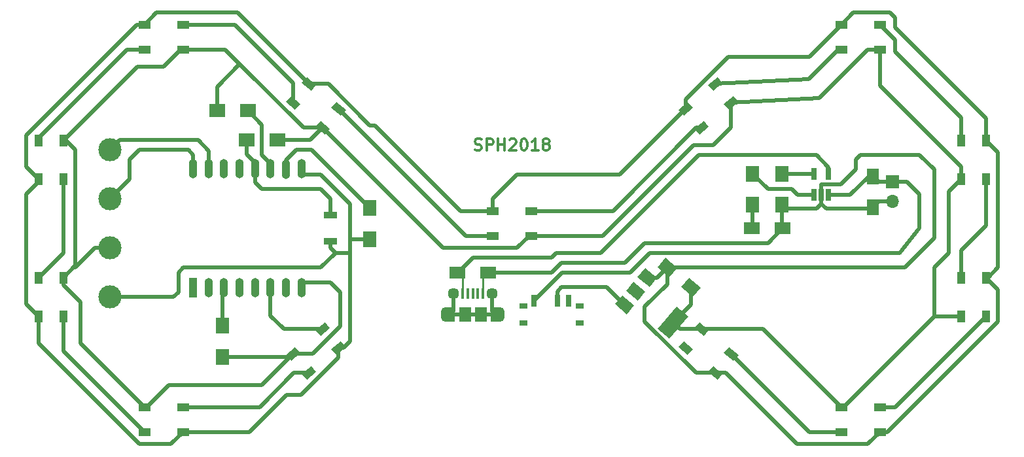
<source format=gbr>
G04 #@! TF.FileFunction,Copper,L1,Top,Signal*
%FSLAX46Y46*%
G04 Gerber Fmt 4.6, Leading zero omitted, Abs format (unit mm)*
G04 Created by KiCad (PCBNEW 4.0.7) date Tuesday, February 20, 2018 'PMt' 09:34:08 PM*
%MOMM*%
%LPD*%
G01*
G04 APERTURE LIST*
%ADD10C,0.100000*%
%ADD11C,0.300000*%
%ADD12R,1.700000X1.700000*%
%ADD13O,1.700000X1.700000*%
%ADD14R,1.500000X1.900000*%
%ADD15C,1.450000*%
%ADD16R,0.400000X1.350000*%
%ADD17O,1.200000X1.900000*%
%ADD18R,1.200000X1.900000*%
%ADD19C,3.000000*%
%ADD20R,1.600000X1.000000*%
%ADD21R,1.000000X1.600000*%
%ADD22R,0.700000X1.500000*%
%ADD23R,1.000000X0.800000*%
%ADD24R,1.700000X0.900000*%
%ADD25R,0.650000X1.560000*%
%ADD26R,1.100000X2.500000*%
%ADD27O,1.100000X2.500000*%
%ADD28R,2.000000X1.600000*%
%ADD29R,1.600000X2.000000*%
%ADD30R,1.700000X2.000000*%
%ADD31R,2.000000X1.700000*%
%ADD32C,0.500000*%
%ADD33C,0.250000*%
G04 APERTURE END LIST*
D10*
D11*
X71378572Y-31087143D02*
X71592858Y-31158571D01*
X71950001Y-31158571D01*
X72092858Y-31087143D01*
X72164287Y-31015714D01*
X72235715Y-30872857D01*
X72235715Y-30730000D01*
X72164287Y-30587143D01*
X72092858Y-30515714D01*
X71950001Y-30444286D01*
X71664287Y-30372857D01*
X71521429Y-30301429D01*
X71450001Y-30230000D01*
X71378572Y-30087143D01*
X71378572Y-29944286D01*
X71450001Y-29801429D01*
X71521429Y-29730000D01*
X71664287Y-29658571D01*
X72021429Y-29658571D01*
X72235715Y-29730000D01*
X72878572Y-31158571D02*
X72878572Y-29658571D01*
X73450000Y-29658571D01*
X73592858Y-29730000D01*
X73664286Y-29801429D01*
X73735715Y-29944286D01*
X73735715Y-30158571D01*
X73664286Y-30301429D01*
X73592858Y-30372857D01*
X73450000Y-30444286D01*
X72878572Y-30444286D01*
X74378572Y-31158571D02*
X74378572Y-29658571D01*
X74378572Y-30372857D02*
X75235715Y-30372857D01*
X75235715Y-31158571D02*
X75235715Y-29658571D01*
X75878572Y-29801429D02*
X75950001Y-29730000D01*
X76092858Y-29658571D01*
X76450001Y-29658571D01*
X76592858Y-29730000D01*
X76664287Y-29801429D01*
X76735715Y-29944286D01*
X76735715Y-30087143D01*
X76664287Y-30301429D01*
X75807144Y-31158571D01*
X76735715Y-31158571D01*
X77664286Y-29658571D02*
X77807143Y-29658571D01*
X77950000Y-29730000D01*
X78021429Y-29801429D01*
X78092858Y-29944286D01*
X78164286Y-30230000D01*
X78164286Y-30587143D01*
X78092858Y-30872857D01*
X78021429Y-31015714D01*
X77950000Y-31087143D01*
X77807143Y-31158571D01*
X77664286Y-31158571D01*
X77521429Y-31087143D01*
X77450000Y-31015714D01*
X77378572Y-30872857D01*
X77307143Y-30587143D01*
X77307143Y-30230000D01*
X77378572Y-29944286D01*
X77450000Y-29801429D01*
X77521429Y-29730000D01*
X77664286Y-29658571D01*
X79592857Y-31158571D02*
X78735714Y-31158571D01*
X79164286Y-31158571D02*
X79164286Y-29658571D01*
X79021429Y-29872857D01*
X78878571Y-30015714D01*
X78735714Y-30087143D01*
X80450000Y-30301429D02*
X80307142Y-30230000D01*
X80235714Y-30158571D01*
X80164285Y-30015714D01*
X80164285Y-29944286D01*
X80235714Y-29801429D01*
X80307142Y-29730000D01*
X80450000Y-29658571D01*
X80735714Y-29658571D01*
X80878571Y-29730000D01*
X80950000Y-29801429D01*
X81021428Y-29944286D01*
X81021428Y-30015714D01*
X80950000Y-30158571D01*
X80878571Y-30230000D01*
X80735714Y-30301429D01*
X80450000Y-30301429D01*
X80307142Y-30372857D01*
X80235714Y-30444286D01*
X80164285Y-30587143D01*
X80164285Y-30872857D01*
X80235714Y-31015714D01*
X80307142Y-31087143D01*
X80450000Y-31158571D01*
X80735714Y-31158571D01*
X80878571Y-31087143D01*
X80950000Y-31015714D01*
X81021428Y-30872857D01*
X81021428Y-30587143D01*
X80950000Y-30444286D01*
X80878571Y-30372857D01*
X80735714Y-30301429D01*
D12*
X125412500Y-35242500D03*
D13*
X125412500Y-37782500D03*
D14*
X72120000Y-52420000D03*
D15*
X68620000Y-49720000D03*
D16*
X70470000Y-49720000D03*
X69820000Y-49720000D03*
X72420000Y-49720000D03*
X71770000Y-49720000D03*
X71120000Y-49720000D03*
D15*
X73620000Y-49720000D03*
D14*
X70120000Y-52420000D03*
D17*
X67620000Y-52420000D03*
X74620000Y-52420000D03*
D18*
X74020000Y-52420000D03*
X68220000Y-52420000D03*
D19*
X24130000Y-31115000D03*
X24130000Y-43815000D03*
X24130000Y-37465000D03*
X24130000Y-50165000D03*
D10*
G36*
X53452129Y-57665954D02*
X52809342Y-56899910D01*
X54035013Y-55871450D01*
X54677800Y-56637494D01*
X53452129Y-57665954D01*
X53452129Y-57665954D01*
G37*
G36*
X51395209Y-55214612D02*
X50752422Y-54448568D01*
X51978093Y-53420108D01*
X52620880Y-54186152D01*
X51395209Y-55214612D01*
X51395209Y-55214612D01*
G37*
G36*
X49621907Y-60879892D02*
X48979120Y-60113848D01*
X50204791Y-59085388D01*
X50847578Y-59851432D01*
X49621907Y-60879892D01*
X49621907Y-60879892D01*
G37*
G36*
X47564987Y-58428550D02*
X46922200Y-57662506D01*
X48147871Y-56634046D01*
X48790658Y-57400090D01*
X47564987Y-58428550D01*
X47564987Y-58428550D01*
G37*
D20*
X33615000Y-67640000D03*
X33615000Y-64440000D03*
X28615000Y-67640000D03*
X28615000Y-64440000D03*
D21*
X14910000Y-52665000D03*
X18110000Y-52665000D03*
X14910000Y-47665000D03*
X18110000Y-47665000D03*
X14910000Y-34885000D03*
X18110000Y-34885000D03*
X14910000Y-29885000D03*
X18110000Y-29885000D03*
D20*
X28615000Y-14910000D03*
X28615000Y-18110000D03*
X33615000Y-14910000D03*
X33615000Y-18110000D03*
D10*
G36*
X50847578Y-22698568D02*
X50204791Y-23464612D01*
X48979120Y-22436152D01*
X49621907Y-21670108D01*
X50847578Y-22698568D01*
X50847578Y-22698568D01*
G37*
G36*
X48790658Y-25149910D02*
X48147871Y-25915954D01*
X46922200Y-24887494D01*
X47564987Y-24121450D01*
X48790658Y-25149910D01*
X48790658Y-25149910D01*
G37*
G36*
X54677800Y-25912506D02*
X54035013Y-26678550D01*
X52809342Y-25650090D01*
X53452129Y-24884046D01*
X54677800Y-25912506D01*
X54677800Y-25912506D01*
G37*
G36*
X52620880Y-28363848D02*
X51978093Y-29129892D01*
X50752422Y-28101432D01*
X51395209Y-27335388D01*
X52620880Y-28363848D01*
X52620880Y-28363848D01*
G37*
D20*
X73700000Y-39040000D03*
X73700000Y-42240000D03*
X78700000Y-39040000D03*
X78700000Y-42240000D03*
D10*
G36*
X98947871Y-24884046D02*
X99590658Y-25650090D01*
X98364987Y-26678550D01*
X97722200Y-25912506D01*
X98947871Y-24884046D01*
X98947871Y-24884046D01*
G37*
G36*
X101004791Y-27335388D02*
X101647578Y-28101432D01*
X100421907Y-29129892D01*
X99779120Y-28363848D01*
X101004791Y-27335388D01*
X101004791Y-27335388D01*
G37*
G36*
X102778093Y-21670108D02*
X103420880Y-22436152D01*
X102195209Y-23464612D01*
X101552422Y-22698568D01*
X102778093Y-21670108D01*
X102778093Y-21670108D01*
G37*
G36*
X104835013Y-24121450D02*
X105477800Y-24887494D01*
X104252129Y-25915954D01*
X103609342Y-25149910D01*
X104835013Y-24121450D01*
X104835013Y-24121450D01*
G37*
D20*
X118785000Y-14910000D03*
X118785000Y-18110000D03*
X123785000Y-14910000D03*
X123785000Y-18110000D03*
D22*
X79030000Y-50640000D03*
X82030000Y-50640000D03*
X83530000Y-50640000D03*
D23*
X77630000Y-53500000D03*
X84930000Y-53500000D03*
X84930000Y-51290000D03*
X77630000Y-51290000D03*
D24*
X52705000Y-39575000D03*
X52705000Y-42975000D03*
D25*
X115255000Y-36910000D03*
X116205000Y-36910000D03*
X117155000Y-36910000D03*
X117155000Y-34210000D03*
X115255000Y-34210000D03*
D10*
G36*
X95040699Y-54272478D02*
X97483292Y-51361509D01*
X99015381Y-52647084D01*
X96572788Y-55558053D01*
X95040699Y-54272478D01*
X95040699Y-54272478D01*
G37*
G36*
X90953825Y-49341965D02*
X91918006Y-48192898D01*
X93450095Y-49478473D01*
X92485914Y-50627540D01*
X90953825Y-49341965D01*
X90953825Y-49341965D01*
G37*
G36*
X89475414Y-51103867D02*
X90439595Y-49954800D01*
X91971684Y-51240375D01*
X91007503Y-52389442D01*
X89475414Y-51103867D01*
X89475414Y-51103867D01*
G37*
G36*
X92432237Y-47580063D02*
X93396418Y-46430996D01*
X94928507Y-47716571D01*
X93964326Y-48865638D01*
X92432237Y-47580063D01*
X92432237Y-47580063D01*
G37*
D26*
X34925000Y-48960000D03*
D27*
X36925000Y-48960000D03*
X38925000Y-48960000D03*
X40925000Y-48960000D03*
X42925000Y-48960000D03*
X44925000Y-48960000D03*
X46925000Y-48960000D03*
X48925000Y-48960000D03*
X48925000Y-33560000D03*
X46925000Y-33660000D03*
X44925000Y-33560000D03*
X42925000Y-33560000D03*
X40925000Y-33560000D03*
X38925000Y-33560000D03*
X36925000Y-33560000D03*
X34925000Y-33560000D03*
D21*
X137490000Y-29885000D03*
X134290000Y-29885000D03*
X137490000Y-34885000D03*
X134290000Y-34885000D03*
X137490000Y-47665000D03*
X134290000Y-47665000D03*
X137490000Y-52665000D03*
X134290000Y-52665000D03*
D20*
X123785000Y-67640000D03*
X123785000Y-64440000D03*
X118785000Y-67640000D03*
X118785000Y-64440000D03*
D10*
G36*
X101552422Y-59851432D02*
X102195209Y-59085388D01*
X103420880Y-60113848D01*
X102778093Y-60879892D01*
X101552422Y-59851432D01*
X101552422Y-59851432D01*
G37*
G36*
X103609342Y-57400090D02*
X104252129Y-56634046D01*
X105477800Y-57662506D01*
X104835013Y-58428550D01*
X103609342Y-57400090D01*
X103609342Y-57400090D01*
G37*
G36*
X97722200Y-56637494D02*
X98364987Y-55871450D01*
X99590658Y-56899910D01*
X98947871Y-57665954D01*
X97722200Y-56637494D01*
X97722200Y-56637494D01*
G37*
G36*
X99779120Y-54186152D02*
X100421907Y-53420108D01*
X101647578Y-54448568D01*
X101004791Y-55214612D01*
X99779120Y-54186152D01*
X99779120Y-54186152D01*
G37*
D28*
X69120000Y-46990000D03*
X73120000Y-46990000D03*
D29*
X122872500Y-34512500D03*
X122872500Y-38512500D03*
D10*
G36*
X100602364Y-48940527D02*
X99573903Y-50166198D01*
X98041814Y-48880623D01*
X99070275Y-47654952D01*
X100602364Y-48940527D01*
X100602364Y-48940527D01*
G37*
G36*
X97538186Y-46369377D02*
X96509725Y-47595048D01*
X94977636Y-46309473D01*
X96006097Y-45083802D01*
X97538186Y-46369377D01*
X97538186Y-46369377D01*
G37*
D28*
X111220000Y-41275000D03*
X107220000Y-41275000D03*
D30*
X107315000Y-34195000D03*
X107315000Y-38195000D03*
X111125000Y-34195000D03*
X111125000Y-38195000D03*
D31*
X45815000Y-29845000D03*
X41815000Y-29845000D03*
D30*
X57785000Y-38640000D03*
X57785000Y-42640000D03*
D31*
X38005000Y-26035000D03*
X42005000Y-26035000D03*
D30*
X38735000Y-57880000D03*
X38735000Y-53880000D03*
D32*
X69120000Y-46990000D02*
X69215000Y-46990000D01*
X69215000Y-46990000D02*
X71120000Y-45085000D01*
X81280000Y-45085000D02*
X81915000Y-44450000D01*
X71120000Y-45085000D02*
X81280000Y-45085000D01*
X117155000Y-33335000D02*
X117155000Y-34210000D01*
X115570000Y-31750000D02*
X117155000Y-33335000D01*
X100330000Y-31750000D02*
X115570000Y-31750000D01*
X87630000Y-44450000D02*
X100330000Y-31750000D01*
X81915000Y-44450000D02*
X87630000Y-44450000D01*
D33*
X69820000Y-49720000D02*
X69820000Y-47690000D01*
X69820000Y-47690000D02*
X69120000Y-46990000D01*
D32*
X24130000Y-50165000D02*
X32385000Y-50165000D01*
X51435000Y-46355000D02*
X53340000Y-44450000D01*
X33655000Y-46355000D02*
X51435000Y-46355000D01*
X33020000Y-46990000D02*
X33655000Y-46355000D01*
X33020000Y-49530000D02*
X33020000Y-46990000D01*
X32385000Y-50165000D02*
X33020000Y-49530000D01*
X57245000Y-43180000D02*
X57785000Y-42640000D01*
X57785000Y-42640000D02*
X55245000Y-42640000D01*
X55245000Y-42640000D02*
X55245000Y-43180000D01*
X52705000Y-42975000D02*
X52705000Y-43815000D01*
X53340000Y-44450000D02*
X55245000Y-44450000D01*
X52705000Y-43815000D02*
X53340000Y-44450000D01*
X53743571Y-56768702D02*
X54356298Y-56768702D01*
X54356298Y-56768702D02*
X55245000Y-55880000D01*
X51405000Y-34260000D02*
X48925000Y-34260000D01*
X55245000Y-38100000D02*
X51405000Y-34260000D01*
X55245000Y-55880000D02*
X55245000Y-51435000D01*
X55245000Y-51435000D02*
X55245000Y-44450000D01*
X55245000Y-44450000D02*
X55245000Y-43180000D01*
X55245000Y-43180000D02*
X55245000Y-41275000D01*
X55245000Y-41275000D02*
X55245000Y-38100000D01*
X33615000Y-67640000D02*
X42215000Y-67640000D01*
X53743571Y-58016429D02*
X53743571Y-56768702D01*
X48895000Y-62865000D02*
X53743571Y-58016429D01*
X46990000Y-62865000D02*
X48895000Y-62865000D01*
X42215000Y-67640000D02*
X46990000Y-62865000D01*
X14910000Y-52665000D02*
X14910000Y-56185000D01*
X32040000Y-69215000D02*
X33615000Y-67640000D01*
X27940000Y-69215000D02*
X32040000Y-69215000D01*
X14910000Y-56185000D02*
X27940000Y-69215000D01*
X14910000Y-34885000D02*
X14910000Y-35255000D01*
X14910000Y-35255000D02*
X13335000Y-36830000D01*
X13335000Y-51090000D02*
X14910000Y-52665000D01*
X13335000Y-36830000D02*
X13335000Y-51090000D01*
X28615000Y-14910000D02*
X27635000Y-14910000D01*
X13335000Y-33310000D02*
X14910000Y-34885000D01*
X13335000Y-29210000D02*
X13335000Y-33310000D01*
X27635000Y-14910000D02*
X13335000Y-29210000D01*
X49913349Y-22567360D02*
X49872360Y-22567360D01*
X49872360Y-22567360D02*
X40640000Y-13335000D01*
X30190000Y-13335000D02*
X28615000Y-14910000D01*
X40640000Y-13335000D02*
X30190000Y-13335000D01*
X73700000Y-39040000D02*
X69520000Y-39040000D01*
X52412360Y-22567360D02*
X49913349Y-22567360D01*
X57785000Y-27940000D02*
X52412360Y-22567360D01*
X58420000Y-27940000D02*
X57785000Y-27940000D01*
X69520000Y-39040000D02*
X58420000Y-27940000D01*
X73700000Y-39040000D02*
X73700000Y-37425000D01*
X90147727Y-34290000D02*
X98656429Y-25781298D01*
X76835000Y-34290000D02*
X90147727Y-34290000D01*
X73700000Y-37425000D02*
X76835000Y-34290000D01*
X98656429Y-25781298D02*
X98656429Y-24533571D01*
X114645000Y-19050000D02*
X118785000Y-14910000D01*
X104140000Y-19050000D02*
X114645000Y-19050000D01*
X98656429Y-24533571D02*
X104140000Y-19050000D01*
X137490000Y-29885000D02*
X137490000Y-27000000D01*
X120360000Y-13335000D02*
X118785000Y-14910000D01*
X125095000Y-13335000D02*
X120360000Y-13335000D01*
X125730000Y-13970000D02*
X125095000Y-13335000D01*
X125730000Y-15240000D02*
X125730000Y-13970000D01*
X137490000Y-27000000D02*
X125730000Y-15240000D01*
X137490000Y-47665000D02*
X137755000Y-47665000D01*
X137755000Y-47665000D02*
X139065000Y-46355000D01*
X139065000Y-31460000D02*
X137490000Y-29885000D01*
X139065000Y-46355000D02*
X139065000Y-31460000D01*
X123785000Y-67640000D02*
X124765000Y-67640000D01*
X139065000Y-49240000D02*
X137490000Y-47665000D01*
X139065000Y-53340000D02*
X139065000Y-49240000D01*
X124765000Y-67640000D02*
X139065000Y-53340000D01*
X102486651Y-59982640D02*
X103797640Y-59982640D01*
X122210000Y-69215000D02*
X123785000Y-67640000D01*
X113030000Y-69215000D02*
X122210000Y-69215000D01*
X103797640Y-59982640D02*
X113030000Y-69215000D01*
X73120000Y-46990000D02*
X81280000Y-46990000D01*
X109315000Y-43180000D02*
X111220000Y-41275000D01*
X93345000Y-43180000D02*
X109315000Y-43180000D01*
X90805000Y-45720000D02*
X93345000Y-43180000D01*
X82550000Y-45720000D02*
X90805000Y-45720000D01*
X81280000Y-46990000D02*
X82550000Y-45720000D01*
X116205000Y-36910000D02*
X116205000Y-35560000D01*
X127015575Y-46339425D02*
X96257911Y-46339425D01*
X130810000Y-42545000D02*
X127015575Y-46339425D01*
X130810000Y-33655000D02*
X130810000Y-42545000D01*
X128905000Y-31750000D02*
X130810000Y-33655000D01*
X121285000Y-31750000D02*
X128905000Y-31750000D01*
X120650000Y-32385000D02*
X121285000Y-31750000D01*
X120650000Y-33655000D02*
X120650000Y-32385000D01*
X118745000Y-35560000D02*
X120650000Y-33655000D01*
X116205000Y-35560000D02*
X118745000Y-35560000D01*
X111125000Y-38195000D02*
X111125000Y-41180000D01*
X111125000Y-41180000D02*
X111220000Y-41275000D01*
X116205000Y-38100000D02*
X116840000Y-38735000D01*
X116840000Y-38735000D02*
X122650000Y-38735000D01*
X122650000Y-38735000D02*
X122872500Y-38512500D01*
X116205000Y-36910000D02*
X116205000Y-38100000D01*
X115570000Y-38735000D02*
X111665000Y-38735000D01*
X116205000Y-38100000D02*
X115570000Y-38735000D01*
X111665000Y-38735000D02*
X111125000Y-38195000D01*
X102486651Y-59982640D02*
X99987640Y-59982640D01*
X99987640Y-59982640D02*
X93345000Y-53340000D01*
X93345000Y-53340000D02*
X93345000Y-51435000D01*
X93345000Y-51435000D02*
X96257911Y-48522089D01*
X96257911Y-48522089D02*
X96257911Y-46339425D01*
X93680372Y-47648317D02*
X94949019Y-47648317D01*
X94949019Y-47648317D02*
X96257911Y-46339425D01*
X125412500Y-37782500D02*
X123602500Y-37782500D01*
X123602500Y-37782500D02*
X122872500Y-38512500D01*
D33*
X72420000Y-49720000D02*
X72420000Y-47690000D01*
X72420000Y-47690000D02*
X73120000Y-46990000D01*
D32*
X93980000Y-44450000D02*
X91440000Y-46990000D01*
X126365000Y-44450000D02*
X128905000Y-41275000D01*
X128905000Y-41275000D02*
X128905000Y-36830000D01*
X128905000Y-36830000D02*
X127317500Y-35242500D01*
X125412500Y-35242500D02*
X127317500Y-35242500D01*
X93980000Y-44450000D02*
X126365000Y-44450000D01*
X82680000Y-46990000D02*
X79030000Y-50640000D01*
X91440000Y-46990000D02*
X82680000Y-46990000D01*
X117155000Y-36910000D02*
X119935000Y-36910000D01*
X119935000Y-36910000D02*
X122332500Y-34512500D01*
X122332500Y-34512500D02*
X122872500Y-34512500D01*
X79757500Y-49912500D02*
X79030000Y-50640000D01*
X125412500Y-35242500D02*
X123602500Y-35242500D01*
X123602500Y-35242500D02*
X122872500Y-34512500D01*
X24130000Y-43815000D02*
X22225000Y-43815000D01*
X19685000Y-46355000D02*
X19685000Y-46090000D01*
X22225000Y-43815000D02*
X19685000Y-46355000D01*
X38735000Y-57880000D02*
X47507727Y-57880000D01*
X47507727Y-57880000D02*
X47856429Y-57531298D01*
X38005000Y-26035000D02*
X38005000Y-22955000D01*
X38005000Y-22955000D02*
X40957500Y-20002500D01*
X47856429Y-57531298D02*
X50418702Y-57531298D01*
X52705000Y-48260000D02*
X48925000Y-48260000D01*
X53975000Y-49530000D02*
X52705000Y-48260000D01*
X53975000Y-53975000D02*
X53975000Y-49530000D01*
X50418702Y-57531298D02*
X53975000Y-53975000D01*
X45815000Y-29845000D02*
X50074291Y-29845000D01*
X50074291Y-29845000D02*
X51686651Y-28232640D01*
X28615000Y-64440000D02*
X28905000Y-64440000D01*
X28905000Y-64440000D02*
X31750000Y-61595000D01*
X31750000Y-61595000D02*
X39370000Y-61595000D01*
X43792727Y-61595000D02*
X47856429Y-57531298D01*
X39370000Y-61595000D02*
X43792727Y-61595000D01*
X18110000Y-47665000D02*
X18110000Y-48590000D01*
X20320000Y-56145000D02*
X28615000Y-64440000D01*
X20320000Y-50800000D02*
X20320000Y-56145000D01*
X18110000Y-48590000D02*
X20320000Y-50800000D01*
X18110000Y-29885000D02*
X18455000Y-29885000D01*
X18455000Y-29885000D02*
X19685000Y-31115000D01*
X19685000Y-46090000D02*
X19685000Y-46090000D01*
X19685000Y-46090000D02*
X18110000Y-47665000D01*
X19685000Y-31115000D02*
X19685000Y-46090000D01*
X33615000Y-18110000D02*
X33325000Y-18110000D01*
X33325000Y-18110000D02*
X31115000Y-20320000D01*
X27675000Y-20320000D02*
X18110000Y-29885000D01*
X31115000Y-20320000D02*
X27675000Y-20320000D01*
X51686651Y-28232640D02*
X49187640Y-28232640D01*
X49187640Y-28232640D02*
X40957500Y-20002500D01*
X40957500Y-20002500D02*
X39065000Y-18110000D01*
X39065000Y-18110000D02*
X33615000Y-18110000D01*
X78700000Y-42240000D02*
X78410000Y-42240000D01*
X78410000Y-42240000D02*
X76835000Y-43815000D01*
X76835000Y-43815000D02*
X67269011Y-43815000D01*
X67269011Y-43815000D02*
X51686651Y-28232640D01*
X78700000Y-42240000D02*
X87935000Y-42240000D01*
X104543571Y-28171429D02*
X104543571Y-25018702D01*
X102235000Y-30480000D02*
X104543571Y-28171429D01*
X99695000Y-30480000D02*
X102235000Y-30480000D01*
X87935000Y-42240000D02*
X99695000Y-30480000D01*
X123785000Y-18110000D02*
X122225000Y-18110000D01*
X115951298Y-24383702D02*
X104543571Y-25018702D01*
X122225000Y-18110000D02*
X115951298Y-24383702D01*
X134290000Y-34885000D02*
X134290000Y-33325000D01*
X123785000Y-22820000D02*
X123785000Y-18110000D01*
X134290000Y-33325000D02*
X123785000Y-22820000D01*
X130810000Y-52705000D02*
X130810000Y-46355000D01*
X132715000Y-36460000D02*
X134290000Y-34885000D01*
X132715000Y-44450000D02*
X132715000Y-36460000D01*
X130810000Y-46355000D02*
X132715000Y-44450000D01*
X118785000Y-64440000D02*
X119075000Y-64440000D01*
X119075000Y-64440000D02*
X130810000Y-52705000D01*
X130810000Y-52705000D02*
X130850000Y-52665000D01*
X130850000Y-52665000D02*
X134290000Y-52665000D01*
X100713349Y-54317360D02*
X108662360Y-54317360D01*
X108662360Y-54317360D02*
X118785000Y-64440000D01*
X100713349Y-54317360D02*
X97885619Y-54317360D01*
X97885619Y-54317360D02*
X97028040Y-53459781D01*
X99322089Y-48910575D02*
X99322089Y-51165732D01*
X99322089Y-51165732D02*
X97028040Y-53459781D01*
X107315000Y-38195000D02*
X107315000Y-41180000D01*
X107315000Y-41180000D02*
X107220000Y-41275000D01*
X68620000Y-49720000D02*
X68620000Y-52020000D01*
X68620000Y-52020000D02*
X68220000Y-52420000D01*
X68220000Y-52420000D02*
X67620000Y-52420000D01*
X67620000Y-52420000D02*
X70120000Y-52420000D01*
X70120000Y-52420000D02*
X72120000Y-52420000D01*
X72120000Y-52420000D02*
X74020000Y-52420000D01*
X74020000Y-52420000D02*
X73620000Y-52020000D01*
X73620000Y-52020000D02*
X73620000Y-49720000D01*
X36925000Y-34260000D02*
X36925000Y-31210000D01*
X25400000Y-29845000D02*
X24130000Y-31115000D01*
X35560000Y-29845000D02*
X25400000Y-29845000D01*
X36925000Y-31210000D02*
X35560000Y-29845000D01*
X34925000Y-34260000D02*
X34925000Y-31750000D01*
X26670000Y-34925000D02*
X24130000Y-37465000D01*
X26670000Y-32385000D02*
X26670000Y-34925000D01*
X27940000Y-31115000D02*
X26670000Y-32385000D01*
X34290000Y-31115000D02*
X27940000Y-31115000D01*
X34925000Y-31750000D02*
X34290000Y-31115000D01*
X51686651Y-54317360D02*
X46697360Y-54317360D01*
X44925000Y-52545000D02*
X44925000Y-48260000D01*
X46697360Y-54317360D02*
X44925000Y-52545000D01*
X33615000Y-64440000D02*
X43510000Y-64440000D01*
X47967360Y-59982640D02*
X49913349Y-59982640D01*
X43510000Y-64440000D02*
X47967360Y-59982640D01*
X18110000Y-52665000D02*
X18110000Y-57135000D01*
X18110000Y-57135000D02*
X28615000Y-67640000D01*
X18110000Y-34885000D02*
X18110000Y-44465000D01*
X18110000Y-44465000D02*
X14910000Y-47665000D01*
X14910000Y-29885000D02*
X14910000Y-29540000D01*
X14910000Y-29540000D02*
X26340000Y-18110000D01*
X26340000Y-18110000D02*
X28615000Y-18110000D01*
X47856429Y-25018702D02*
X47856429Y-22456429D01*
X40310000Y-14910000D02*
X33615000Y-14910000D01*
X47856429Y-22456429D02*
X40310000Y-14910000D01*
X73700000Y-42240000D02*
X70202273Y-42240000D01*
X70202273Y-42240000D02*
X53743571Y-25781298D01*
X78700000Y-39040000D02*
X89230000Y-39040000D01*
X89230000Y-39040000D02*
X100037360Y-28232640D01*
X100037360Y-28232640D02*
X100713349Y-28232640D01*
X118785000Y-18110000D02*
X118415000Y-18110000D01*
X118415000Y-18110000D02*
X114592640Y-21932360D01*
X114592640Y-21932360D02*
X102486651Y-22567360D01*
X134290000Y-29885000D02*
X134290000Y-26975000D01*
X125730000Y-16855000D02*
X123785000Y-14910000D01*
X125730000Y-18415000D02*
X125730000Y-16855000D01*
X134290000Y-26975000D02*
X125730000Y-18415000D01*
X134290000Y-47665000D02*
X134290000Y-44145000D01*
X137490000Y-40945000D02*
X137490000Y-34885000D01*
X134290000Y-44145000D02*
X137490000Y-40945000D01*
X123785000Y-64440000D02*
X125715000Y-64440000D01*
X125715000Y-64440000D02*
X137490000Y-52665000D01*
X118785000Y-67640000D02*
X114652273Y-67640000D01*
X114652273Y-67640000D02*
X104543571Y-57531298D01*
X115255000Y-36910000D02*
X113110000Y-36910000D01*
X109315000Y-36195000D02*
X107315000Y-34195000D01*
X112395000Y-36195000D02*
X109315000Y-36195000D01*
X113110000Y-36910000D02*
X112395000Y-36195000D01*
X115255000Y-36910000D02*
X115255000Y-37145000D01*
X115255000Y-34210000D02*
X111140000Y-34210000D01*
X111140000Y-34210000D02*
X111125000Y-34195000D01*
X42925000Y-34260000D02*
X42925000Y-32765000D01*
X42925000Y-32765000D02*
X41815000Y-31655000D01*
X41815000Y-31655000D02*
X41815000Y-29845000D01*
X42925000Y-34260000D02*
X42925000Y-35305000D01*
X52705000Y-37465000D02*
X52705000Y-39575000D01*
X51435000Y-36195000D02*
X52705000Y-37465000D01*
X43815000Y-36195000D02*
X51435000Y-36195000D01*
X42925000Y-35305000D02*
X43815000Y-36195000D01*
X82030000Y-50640000D02*
X82030000Y-49415000D01*
X88446428Y-48895000D02*
X90723549Y-51172121D01*
X82550000Y-48895000D02*
X88446428Y-48895000D01*
X82030000Y-49415000D02*
X82550000Y-48895000D01*
X46925000Y-34260000D02*
X46925000Y-32450000D01*
X46925000Y-32450000D02*
X48260000Y-31115000D01*
X50260000Y-31115000D02*
X57785000Y-38640000D01*
X48260000Y-31115000D02*
X50260000Y-31115000D01*
X38735000Y-53880000D02*
X38735000Y-48450000D01*
X38735000Y-48450000D02*
X38925000Y-48260000D01*
X44925000Y-34260000D02*
X44925000Y-32860000D01*
X44925000Y-32860000D02*
X43815000Y-31750000D01*
X43815000Y-31750000D02*
X43815000Y-27845000D01*
X43815000Y-27845000D02*
X42005000Y-26035000D01*
M02*

</source>
